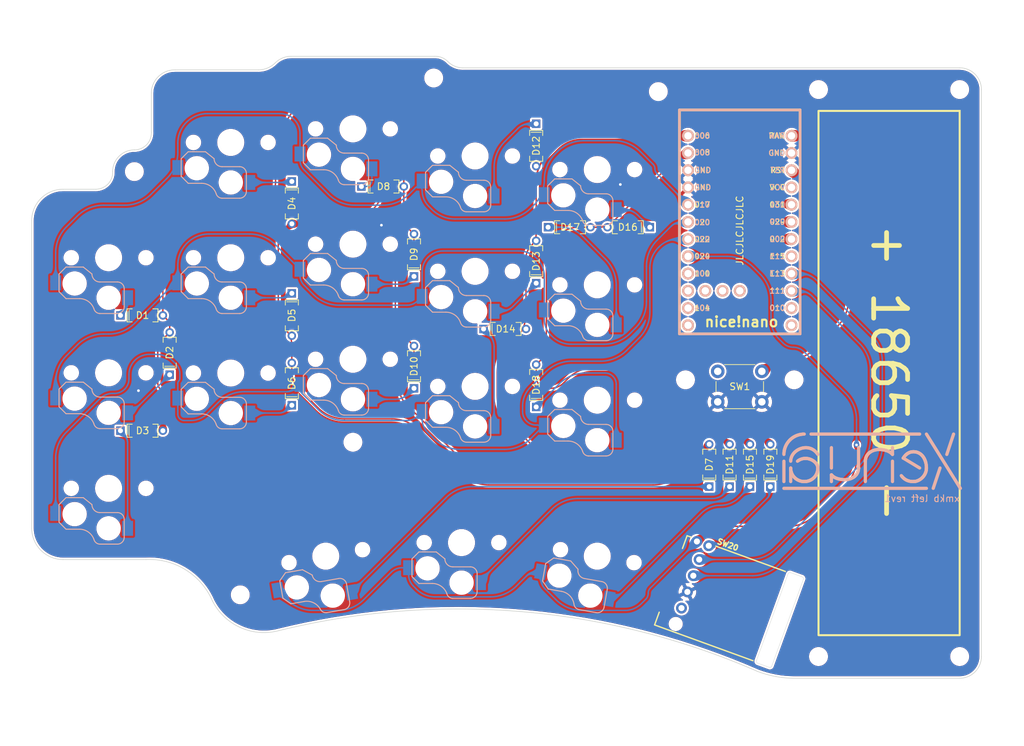
<source format=kicad_pcb>
(kicad_pcb (version 20211014) (generator pcbnew)

  (general
    (thickness 1.6)
  )

  (paper "A4")
  (layers
    (0 "F.Cu" signal)
    (31 "B.Cu" signal)
    (32 "B.Adhes" user "B.Adhesive")
    (33 "F.Adhes" user "F.Adhesive")
    (34 "B.Paste" user)
    (35 "F.Paste" user)
    (36 "B.SilkS" user "B.Silkscreen")
    (37 "F.SilkS" user "F.Silkscreen")
    (38 "B.Mask" user)
    (39 "F.Mask" user)
    (40 "Dwgs.User" user "User.Drawings")
    (41 "Cmts.User" user "User.Comments")
    (42 "Eco1.User" user "User.Eco1")
    (43 "Eco2.User" user "User.Eco2")
    (44 "Edge.Cuts" user)
    (45 "Margin" user)
    (46 "B.CrtYd" user "B.Courtyard")
    (47 "F.CrtYd" user "F.Courtyard")
    (48 "B.Fab" user)
    (49 "F.Fab" user)
    (50 "User.1" user)
    (51 "User.2" user)
    (52 "User.3" user)
    (53 "User.4" user)
    (54 "User.5" user)
    (55 "User.6" user)
    (56 "User.7" user)
    (57 "User.8" user)
    (58 "User.9" user)
  )

  (setup
    (stackup
      (layer "F.SilkS" (type "Top Silk Screen"))
      (layer "F.Paste" (type "Top Solder Paste"))
      (layer "F.Mask" (type "Top Solder Mask") (thickness 0.01))
      (layer "F.Cu" (type "copper") (thickness 0.035))
      (layer "dielectric 1" (type "core") (thickness 1.51) (material "FR4") (epsilon_r 4.5) (loss_tangent 0.02))
      (layer "B.Cu" (type "copper") (thickness 0.035))
      (layer "B.Mask" (type "Bottom Solder Mask") (thickness 0.01))
      (layer "B.Paste" (type "Bottom Solder Paste"))
      (layer "B.SilkS" (type "Bottom Silk Screen"))
      (copper_finish "None")
      (dielectric_constraints no)
    )
    (pad_to_mask_clearance 0)
    (pcbplotparams
      (layerselection 0x00010fc_ffffffff)
      (disableapertmacros false)
      (usegerberextensions false)
      (usegerberattributes true)
      (usegerberadvancedattributes true)
      (creategerberjobfile true)
      (svguseinch false)
      (svgprecision 6)
      (excludeedgelayer true)
      (plotframeref false)
      (viasonmask false)
      (mode 1)
      (useauxorigin false)
      (hpglpennumber 1)
      (hpglpenspeed 20)
      (hpglpendiameter 15.000000)
      (dxfpolygonmode true)
      (dxfimperialunits true)
      (dxfusepcbnewfont true)
      (psnegative false)
      (psa4output false)
      (plotreference true)
      (plotvalue true)
      (plotinvisibletext false)
      (sketchpadsonfab false)
      (subtractmaskfromsilk false)
      (outputformat 1)
      (mirror false)
      (drillshape 1)
      (scaleselection 1)
      (outputdirectory "")
    )
  )

  (net 0 "")
  (net 1 "Net-(BT1-Pad1)")
  (net 2 "GND")
  (net 3 "Net-(D1-Pad1)")
  (net 4 "C_PINKY")
  (net 5 "Net-(D2-Pad1)")
  (net 6 "Net-(D3-Pad1)")
  (net 7 "Net-(D4-Pad1)")
  (net 8 "C_RING")
  (net 9 "Net-(D5-Pad1)")
  (net 10 "Net-(D6-Pad1)")
  (net 11 "Net-(D7-Pad1)")
  (net 12 "Net-(D8-Pad1)")
  (net 13 "C_MIDDLE")
  (net 14 "Net-(D9-Pad1)")
  (net 15 "Net-(D10-Pad1)")
  (net 16 "Net-(D11-Pad1)")
  (net 17 "Net-(D12-Pad1)")
  (net 18 "C_INDEX")
  (net 19 "Net-(D13-Pad1)")
  (net 20 "Net-(D14-Pad1)")
  (net 21 "Net-(D15-Pad1)")
  (net 22 "Net-(D16-Pad1)")
  (net 23 "C_INNER")
  (net 24 "Net-(D17-Pad1)")
  (net 25 "Net-(D18-Pad1)")
  (net 26 "/RS2")
  (net 27 "/RST")
  (net 28 "R_TOP")
  (net 29 "R_HOME")
  (net 30 "/RA")
  (net 31 "/RB")
  (net 32 "unconnected-(U1-Pad33)")
  (net 33 "unconnected-(U1-Pad32)")
  (net 34 "unconnected-(U1-Pad31)")
  (net 35 "unconnected-(U1-Pad12)")
  (net 36 "VCC")
  (net 37 "unconnected-(U1-Pad14)")
  (net 38 "unconnected-(U1-Pad13)")
  (net 39 "unconnected-(U1-Pad11)")
  (net 40 "unconnected-(U1-Pad10)")
  (net 41 "R_BOTTOM")
  (net 42 "R_THUMB")
  (net 43 "unconnected-(U1-Pad9)")
  (net 44 "unconnected-(U1-Pad17)")

  (footprint "mbk:Choc-1u" (layer "F.Cu") (at 208 75))

  (footprint "MountingHole:MountingHole_2.2mm_M2" (layer "F.Cu") (at 183.9 61.5))

  (footprint "MountingHole:MountingHole_2.2mm_M2" (layer "F.Cu") (at 221 106))

  (footprint "mbk:Choc-1u" (layer "F.Cu") (at 188 130))

  (footprint "MountingHole:MountingHole_2.2mm_M2" (layer "F.Cu") (at 261.4 63.2))

  (footprint "MountingHole:MountingHole_2.2mm_M2" (layer "F.Cu") (at 155.4 137.7))

  (footprint "MountingHole:MountingHole_2.2mm_M2" (layer "F.Cu") (at 240.6 63.2))

  (footprint "mbk:Choc-1u" (layer "F.Cu") (at 172 69))

  (footprint "xenua:BatteryHolder_18650_SMD" (layer "F.Cu") (at 251 105 -90))

  (footprint "Button_Switch_THT:SW_PUSH_6mm" (layer "F.Cu") (at 225.75 104.75))

  (footprint "mbk:Choc-1u" (layer "F.Cu") (at 208 132 -10))

  (footprint "nice-nano:nice_nano" (layer "F.Cu") (at 229 83.98675 -90))

  (footprint "1N4148:DIOAD829W49L456D191" (layer "F.Cu") (at 181 104 90))

  (footprint "MountingHole:MountingHole_2.2mm_M2" (layer "F.Cu") (at 139.8 75.3))

  (footprint "xenua:EVQWGD001" (layer "F.Cu") (at 227 138 -20))

  (footprint "mbk:Choc-1u" (layer "F.Cu") (at 136 104.9695))

  (footprint "1N4148:DIOAD829W49L456D191" (layer "F.Cu") (at 233.5 118.5 90))

  (footprint "MountingHole:MountingHole_2.2mm_M2" (layer "F.Cu") (at 237 106))

  (footprint "1N4148:DIOAD829W49L456D191" (layer "F.Cu") (at 224.5 118.5 90))

  (footprint "1N4148:DIOAD829W49L456D191" (layer "F.Cu") (at 181 87.5 90))

  (footprint "1N4148:DIOAD829W49L456D191" (layer "F.Cu") (at 212.5 83.5 180))

  (footprint "mbk:Choc-1u" (layer "F.Cu") (at 190 90))

  (footprint "1N4148:DIOAD829W49L456D191" (layer "F.Cu") (at 176.5 77.5))

  (footprint "mbk:Choc-1u" (layer "F.Cu") (at 190 73))

  (footprint "1N4148:DIOAD829W49L456D191" (layer "F.Cu") (at 199 88.5 90))

  (footprint "1N4148:DIOAD829W49L456D191" (layer "F.Cu") (at 199 106.75 90))

  (footprint "MountingHole:MountingHole_2.2mm_M2" (layer "F.Cu") (at 217 63.5))

  (footprint "mbk:Choc-1u" (layer "F.Cu") (at 208 109))

  (footprint "1N4148:DIOAD829W49L456D191" (layer "F.Cu") (at 163 96.5 -90))

  (footprint "mbk:Choc-1u" (layer "F.Cu") (at 172 86))

  (footprint "MountingHole:MountingHole_2.2mm_M2" (layer "F.Cu") (at 240.6 146.8))

  (footprint "mbk:Choc-1u" (layer "F.Cu") (at 154 88))

  (footprint "mbk:Choc-1u" (layer "F.Cu") (at 154 105))

  (footprint "1N4148:DIOAD829W49L456D191" (layer "F.Cu") (at 199 71.5 -90))

  (footprint "1N4148:DIOAD829W49L456D191" (layer "F.Cu") (at 194.5 98.5))

  (footprint "MountingHole:MountingHole_2.2mm_M2" (layer "F.Cu") (at 172 115.2))

  (footprint "1N4148:DIOAD829W49L456D191" (layer "F.Cu") (at 141 113.5))

  (footprint "mbk:Choc-1u" (layer "F.Cu") (at 190 106.9695))

  (footprint "MountingHole:MountingHole_2.2mm_M2" (layer "F.Cu") (at 261.4 146.8))

  (footprint "mbk:Choc-1u" (layer "F.Cu") (at 172 102.9695))

  (footprint "1N4148:DIOAD829W49L456D191" (layer "F.Cu") (at 163 106.5 90))

  (footprint "1N4148:DIOAD829W49L456D191" (layer "F.Cu")
    (tedit 6235BD20) (tstamp d3443342-782f-4ad3-b1f2-175c6fa672dd)
    (at 163 80 -90)
    (property "Sheetfile" "left.kicad_sch")
    (property "Sheetname" "")
    (path "/76a7ccd6-7ddf-4a67-b992-18df31027a23")
    (attr through_hole)
    (fp_text reference "D4" (at 0 0 90) (layer "F.SilkS")
      (effects (font (size 1.000102 1.000102) (thickness 0.15)))
      (tstamp f3b73a2b-d39a-4673-b66c-1b2f8821b605)
    )
    (fp_text value "D_Small" (at 0 2 90) (layer "F.Fab")
      (effects (font (size 1.001921 1.001921) (thickness 0.15)))
      (tstamp 40b7a111-04f7-4edb-8078-1aaa51ac93a5)
    )
    (fp_line (start 1.52 -0.96) (end 2.28 -0.96) (layer "F.SilkS") (width 0.127) (tstamp 02eb61f2-0968-4fe1-ab20-f3ff93511623))
    (fp_line (start -2.28 -0.96) (end -1.52 -0.96) (layer "F.SilkS") (width 0.127) (tstamp 0510ea35-38a4-4bf4-812e-8ff79283151c))
    (fp_line (start -2 -0.75) (end -2 0.75) (layer "F.SilkS") (width 0.12) (tstamp 054cd47d-0539-4925-abeb-2f09e5bb30d2))
    (fp_line (start -2.28 -0.96) (end -2.28 0) (layer "F.SilkS") (width 0.127) (tstamp 2eed695b-a146-4638-8396-6953b78005b9))
    (fp_line (start -2.28 0) (end -2.28 0.95) (layer "F.SilkS") (width 0.127) (tstamp 534070e7-eddb-4d6a-9018-e05cd2855aa5))
    (fp_line (start -2.28 0.96) (end -1.52 0.96) (layer "F.SilkS") (width 0.127) (tstamp 7be0b7e7-da47-473a-8636-a6bf10b96ffd))
    (fp_line (start 2.28 -0.95) (end 2.28 0) (layer "F.SilkS") (width 0.127) (tstamp 98f53ab5-d088-4312-9100-6c7b4ad5831b))
    (fp_line (start 1.52 0.96) (end 2.28 0.96) (layer "F.SilkS") (width 0.127) (tstamp b0fc7176-1aa2-4cfd-a5ef-ddd7b1888bac))
    (fp_line (start 2.28 0) (end 2.28 0.96) (layer "F.SilkS") (width 0.127) (tstamp c615c6fb-1a93-4fa7-be83-1b138ae54ff0))
    (fp_line (start -2.53 1) (end -2.53 0.815) (layer "F.CrtYd") (width 0.05) (tstamp 2a21615e-ba6e-43ef-9e2c-5dd4d3d13df9))
    (fp_line (start 3.75 -0.815) (end 2.53 -0.815) (layer "F.CrtYd") (width 0.05) (tstamp 2f22e18e-7785-42c4-ac7b-063abb3289e0))
    (fp_line (start -4 -0.815) (end -4 0.815) (layer "F.CrtYd") (width 0.05) (tstamp 4cb6b90c-b21e-49bd-a518-fbdb3422d587))
    (fp_line (start 3.75 -0.815) (end 3.75 0.815) (layer "F.CrtYd") (width 0.05) (tstamp 537524b8-89a0-40cb-a675-5785410f969c))
    (fp_line (start 2.53 1) (end 2.53 0.815) (layer "F.CrtYd") (width 0.05) (tstamp 678a1157-dd62-461f-b774-b5e12cf256a1))
    (fp_line (start -2.53 0.815) (end -4 0.815) (layer "F.CrtYd") (width 0.05) (tstamp 992aadf3-c5af-4561-a2c5-b952b67ffbeb))
    (fp_line (start 2.53 1) (end -2.53 1) (layer "F.CrtYd") (width 0.05) (tstamp a0542a7c-df2c-4f38-9d99-4236a4bdf4e8))
    (fp_line (start 3.75 0.815) (end 2.53 0.815) (layer "F.CrtYd") (width 0.05) (tstamp a3e17e76-e183-4079-9f1c-924708b71ab4))
    (fp_line (start -2.53 -1) (end -2.53 -0.815) (layer "F.CrtYd") (width 0.05) (tstamp a7469818-5141-40d8-997c-0ae529ca0bf3))
    (fp_line (start 2.53 -1) (end 2.53 -0.815) (layer "F.CrtYd") (width 0.05) (tstamp be6badda-b106-4d54-b601-41d9f23872c6))
    (fp_line (start -2.53 -0.815) (end -4 -0.815) (layer "F.CrtYd") (width 0.05) (tstamp e764d2f2-c839-4349-b133-00625035551b))
    (fp_line (start -2.53 -1) (end 2.53 -1) (layer "F.CrtYd") (width 0.05) (tstamp e8051c16-e942-4e81-93f3-9f2b64f2103e))
    (fp_line (start -2 -0.75) (end -2 0.75) (layer "F.Fab") (width 0.1) (tstamp 23e5627f-969d-476c-8ffa-78a566b0de5c))
    (fp_line (start -2.28 -0.96) (end -2.28 0) (layer "F.Fab") (width 0.127) (tstamp 27fd336f-6859-4876-aabb-42dc905a4a7f))
    (fp_line (start 2.28 -0.96) (end 2.28 0) (layer "F.Fab") (width 0.127) (tstamp 34529b1a-82b3-4889-96bb-b2f739b07fc1))
    (fp_line (start 2.28 0) (end 3.581 0) (layer "F.Fab") (width 0.127) (tstamp 682e41c9-f94a-4f37-a3e4-92ea40c214fa))
    (fp_line (start -3.581 0) (end -2.28 0) (layer "F.Fab") (width 0.127) (tstamp 792e5485-2b93-4d96-b68c-9cca0a70a857))
    (fp_line (start -2.28 0) (end -2.28 0.96) (layer "F.Fab") (width 0.127) (tstamp 8adf94f3-61cf-4c36-aeaa-0745c913a4d9))
    (fp_line (start -2.28 0.96) (end 2.28 0.96) (layer "F.Fab") (width 0.127) (tstamp 9d3377f8-1638-4add-a36e-84df4591b5fc))
  
... [2493078 chars truncated]
</source>
